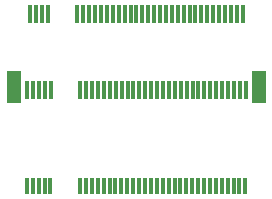
<source format=gtp>
G04*
G04 #@! TF.GenerationSoftware,Altium Limited,Altium Designer,24.5.2 (23)*
G04*
G04 Layer_Color=8421504*
%FSLAX44Y44*%
%MOMM*%
G71*
G04*
G04 #@! TF.SameCoordinates,B7296A9B-97E8-4630-929D-2966843682D6*
G04*
G04*
G04 #@! TF.FilePolarity,Positive*
G04*
G01*
G75*
%ADD15R,0.3500X1.4500*%
%ADD16R,1.2000X2.7500*%
%ADD17R,0.3000X1.5500*%
D15*
X202499Y12750D02*
D03*
X197500D02*
D03*
X192499D02*
D03*
X187500D02*
D03*
X182499D02*
D03*
X177500D02*
D03*
X172499D02*
D03*
X167500D02*
D03*
X162499D02*
D03*
X157500D02*
D03*
X152499D02*
D03*
X147501D02*
D03*
X142499D02*
D03*
X137501D02*
D03*
X132499D02*
D03*
X127501D02*
D03*
X122499D02*
D03*
X117501D02*
D03*
X112499D02*
D03*
X107501D02*
D03*
X102499D02*
D03*
X97501D02*
D03*
X92499D02*
D03*
X87501D02*
D03*
X82499D02*
D03*
X77501D02*
D03*
X72499D02*
D03*
X67501D02*
D03*
X62499D02*
D03*
X37501D02*
D03*
X32499D02*
D03*
X27501D02*
D03*
X22499D02*
D03*
X17501D02*
D03*
D16*
X6240Y96250D02*
D03*
X213756Y96250D02*
D03*
D17*
X17756Y94000D02*
D03*
X20256Y158500D02*
D03*
X22756Y94000D02*
D03*
X25256Y158500D02*
D03*
X27756Y94000D02*
D03*
X30256Y158500D02*
D03*
X32756Y94000D02*
D03*
X35256Y158500D02*
D03*
X37756Y94000D02*
D03*
X60256Y158500D02*
D03*
X62756Y94000D02*
D03*
X65256Y158500D02*
D03*
X67756Y94000D02*
D03*
X70256Y158500D02*
D03*
X72756Y94000D02*
D03*
X75256Y158500D02*
D03*
X77756Y94000D02*
D03*
X80256Y158500D02*
D03*
X82756Y94000D02*
D03*
X85256Y158500D02*
D03*
X87756Y94000D02*
D03*
X90256Y158500D02*
D03*
X92756Y94000D02*
D03*
X95256Y158500D02*
D03*
X97756Y94000D02*
D03*
X100256Y158500D02*
D03*
X102756Y94000D02*
D03*
X105256Y158500D02*
D03*
X107756Y94000D02*
D03*
X110256Y158500D02*
D03*
X112756Y94000D02*
D03*
X115256Y158500D02*
D03*
X117756Y94000D02*
D03*
X120256Y158500D02*
D03*
X122756Y94000D02*
D03*
X125256Y158500D02*
D03*
X127756Y94000D02*
D03*
X130256Y158500D02*
D03*
X132756Y94000D02*
D03*
X135256Y158500D02*
D03*
X137756Y94000D02*
D03*
X140256Y158500D02*
D03*
X142756Y94000D02*
D03*
X145256Y158500D02*
D03*
X147756Y94000D02*
D03*
X150256Y158500D02*
D03*
X152756Y94000D02*
D03*
X155256Y158500D02*
D03*
X157756Y94000D02*
D03*
X160256Y158500D02*
D03*
X162756Y94000D02*
D03*
X165256Y158500D02*
D03*
X167756Y94000D02*
D03*
X170256Y158500D02*
D03*
X172756Y94000D02*
D03*
X175256Y158500D02*
D03*
X177756Y94000D02*
D03*
X180256Y158500D02*
D03*
X182756Y94000D02*
D03*
X185256Y158500D02*
D03*
X187756Y94000D02*
D03*
X190256Y158500D02*
D03*
X192756Y94000D02*
D03*
X195256Y158500D02*
D03*
X197756Y94000D02*
D03*
X200256Y158500D02*
D03*
X202756Y94000D02*
D03*
M02*

</source>
